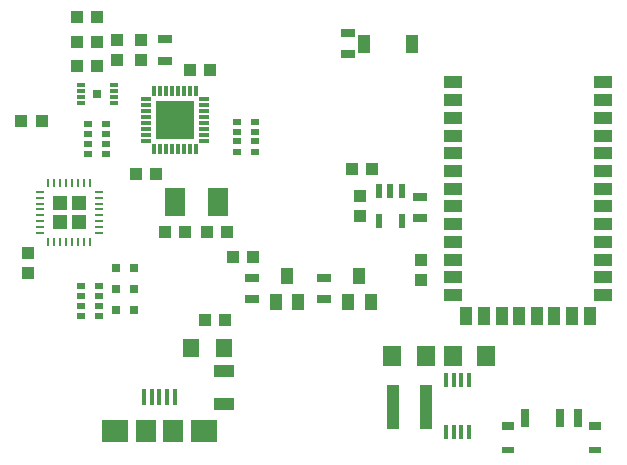
<source format=gtp>
G75*
G70*
%OFA0B0*%
%FSLAX24Y24*%
%IPPOS*%
%LPD*%
%AMOC8*
5,1,8,0,0,1.08239X$1,22.5*
%
%ADD10R,0.0472X0.0315*%
%ADD11R,0.0433X0.0394*%
%ADD12R,0.0217X0.0472*%
%ADD13R,0.0394X0.0433*%
%ADD14R,0.0177X0.0472*%
%ADD15R,0.0315X0.0315*%
%ADD16R,0.0630X0.0709*%
%ADD17R,0.0709X0.0394*%
%ADD18R,0.0669X0.0945*%
%ADD19R,0.0120X0.0320*%
%ADD20R,0.0320X0.0120*%
%ADD21R,0.1280X0.1280*%
%ADD22R,0.0630X0.0394*%
%ADD23R,0.0394X0.0630*%
%ADD24R,0.0394X0.0551*%
%ADD25R,0.0315X0.0236*%
%ADD26R,0.0315X0.0197*%
%ADD27R,0.0551X0.0630*%
%ADD28R,0.0112X0.0315*%
%ADD29R,0.0315X0.0112*%
%ADD30R,0.0512X0.0512*%
%ADD31R,0.0157X0.0551*%
%ADD32R,0.0906X0.0748*%
%ADD33R,0.0709X0.0748*%
%ADD34R,0.0413X0.0591*%
%ADD35R,0.0315X0.0118*%
%ADD36R,0.0260X0.0260*%
%ADD37R,0.0276X0.0591*%
%ADD38R,0.0394X0.0236*%
%ADD39R,0.0394X0.0315*%
%ADD40R,0.0394X0.1496*%
D10*
X008796Y005939D03*
X008796Y006647D03*
X011207Y006647D03*
X011207Y005939D03*
X014422Y008648D03*
X014422Y009357D03*
X011993Y014109D03*
X011993Y014818D03*
X005918Y014601D03*
X005918Y013893D03*
D11*
X006735Y013564D03*
X007405Y013564D03*
X003634Y013696D03*
X002965Y013696D03*
X002965Y014522D03*
X003634Y014522D03*
X003634Y015349D03*
X002965Y015349D03*
X001792Y011867D03*
X001122Y011867D03*
X004928Y010113D03*
X005597Y010113D03*
X005918Y008184D03*
X006587Y008184D03*
X007296Y008184D03*
X007965Y008184D03*
X008172Y007337D03*
X008841Y007337D03*
X007896Y005231D03*
X007227Y005231D03*
X012138Y010290D03*
X012807Y010290D03*
D12*
X013048Y009554D03*
X013422Y009554D03*
X013796Y009554D03*
X013796Y008530D03*
X013048Y008530D03*
D13*
X012422Y008707D03*
X012422Y009377D03*
X014456Y007259D03*
X014456Y006590D03*
X005111Y013912D03*
X005111Y014581D03*
X004304Y014581D03*
X004304Y013912D03*
X001331Y007495D03*
X001331Y006826D03*
D14*
X015270Y003241D03*
X015526Y003241D03*
X015782Y003241D03*
X016038Y003241D03*
X016038Y001528D03*
X015782Y001528D03*
X015526Y001528D03*
X015270Y001528D03*
D15*
X004874Y005585D03*
X004284Y005585D03*
X004284Y006274D03*
X004874Y006274D03*
X004874Y006963D03*
X004284Y006963D03*
D16*
X013489Y004034D03*
X014591Y004034D03*
X015520Y004034D03*
X016622Y004034D03*
D17*
X007867Y003538D03*
X007867Y002436D03*
D18*
X007681Y009183D03*
X006225Y009183D03*
D19*
X006143Y010944D03*
X006343Y010944D03*
X006543Y010944D03*
X006733Y010944D03*
X006933Y010944D03*
X005943Y010944D03*
X005753Y010944D03*
X005553Y010944D03*
X005553Y012884D03*
X005753Y012884D03*
X005943Y012884D03*
X006143Y012884D03*
X006343Y012884D03*
X006543Y012884D03*
X006733Y012884D03*
X006933Y012884D03*
D20*
X007213Y012604D03*
X007213Y012404D03*
X007213Y012214D03*
X007213Y012014D03*
X007213Y011814D03*
X007213Y011614D03*
X007213Y011424D03*
X007213Y011224D03*
X005273Y011224D03*
X005273Y011424D03*
X005273Y011614D03*
X005273Y011814D03*
X005273Y012014D03*
X005273Y012214D03*
X005273Y012404D03*
X005273Y012604D03*
D21*
X006243Y011914D03*
D22*
X015514Y011983D03*
X015514Y012574D03*
X015514Y013164D03*
X015514Y011393D03*
X015514Y010802D03*
X015514Y010211D03*
X015514Y009621D03*
X015514Y009030D03*
X015514Y008440D03*
X015514Y007849D03*
X015514Y007259D03*
X015514Y006668D03*
X015514Y006074D03*
X020514Y006074D03*
X020514Y006668D03*
X020514Y007259D03*
X020514Y007849D03*
X020514Y008440D03*
X020514Y009030D03*
X020514Y009621D03*
X020514Y010211D03*
X020514Y010802D03*
X020514Y011393D03*
X020514Y011983D03*
X020514Y012574D03*
X020514Y013164D03*
D23*
X020061Y005369D03*
X019475Y005369D03*
X018888Y005369D03*
X018302Y005369D03*
X017715Y005369D03*
X017128Y005369D03*
X016542Y005369D03*
X015955Y005369D03*
D24*
X012762Y005860D03*
X012014Y005860D03*
X012388Y006726D03*
X010351Y005860D03*
X009603Y005860D03*
X009977Y006726D03*
D25*
X008910Y010851D03*
X008319Y010851D03*
X008319Y011855D03*
X008910Y011855D03*
X003939Y011776D03*
X003349Y011776D03*
X003349Y010772D03*
X003939Y010772D03*
X003693Y006383D03*
X003103Y006383D03*
X003103Y005379D03*
X003693Y005379D03*
D26*
X003693Y005723D03*
X003693Y006038D03*
X003103Y006038D03*
X003103Y005723D03*
X003349Y011117D03*
X003349Y011432D03*
X003939Y011432D03*
X003939Y011117D03*
X008319Y011196D03*
X008319Y011511D03*
X008910Y011511D03*
X008910Y011196D03*
D27*
X007886Y004326D03*
X006784Y004326D03*
D28*
X003398Y007849D03*
X003201Y007849D03*
X003004Y007849D03*
X002807Y007849D03*
X002611Y007849D03*
X002414Y007849D03*
X002217Y007849D03*
X002020Y007849D03*
X002020Y009818D03*
X002217Y009818D03*
X002414Y009818D03*
X002611Y009818D03*
X002807Y009818D03*
X003004Y009818D03*
X003201Y009818D03*
X003398Y009818D03*
D29*
X003693Y009522D03*
X003693Y009326D03*
X003693Y009129D03*
X003693Y008932D03*
X003693Y008735D03*
X003693Y008538D03*
X003693Y008341D03*
X003693Y008144D03*
X001725Y008144D03*
X001725Y008341D03*
X001725Y008538D03*
X001725Y008735D03*
X001725Y008932D03*
X001725Y009129D03*
X001725Y009326D03*
X001725Y009522D03*
D30*
X002394Y009148D03*
X003024Y009148D03*
X003024Y008519D03*
X002394Y008519D03*
D31*
X005203Y002672D03*
X005459Y002672D03*
X005715Y002672D03*
X005971Y002672D03*
X006227Y002672D03*
D32*
X004239Y001550D03*
X007191Y001550D03*
D33*
X006168Y001550D03*
X005262Y001550D03*
D34*
X012552Y014454D03*
X014146Y014454D03*
D35*
X004195Y013066D03*
X004195Y012869D03*
X004195Y012672D03*
X004195Y012475D03*
X003093Y012475D03*
X003093Y012672D03*
X003093Y012869D03*
X003093Y013066D03*
D36*
X003644Y012770D03*
D37*
X017902Y001983D03*
X019083Y001983D03*
X019674Y001983D03*
D38*
X020225Y000900D03*
X017351Y000900D03*
D39*
X017351Y001727D03*
X020225Y001727D03*
D40*
X014615Y002333D03*
X013512Y002333D03*
M02*

</source>
